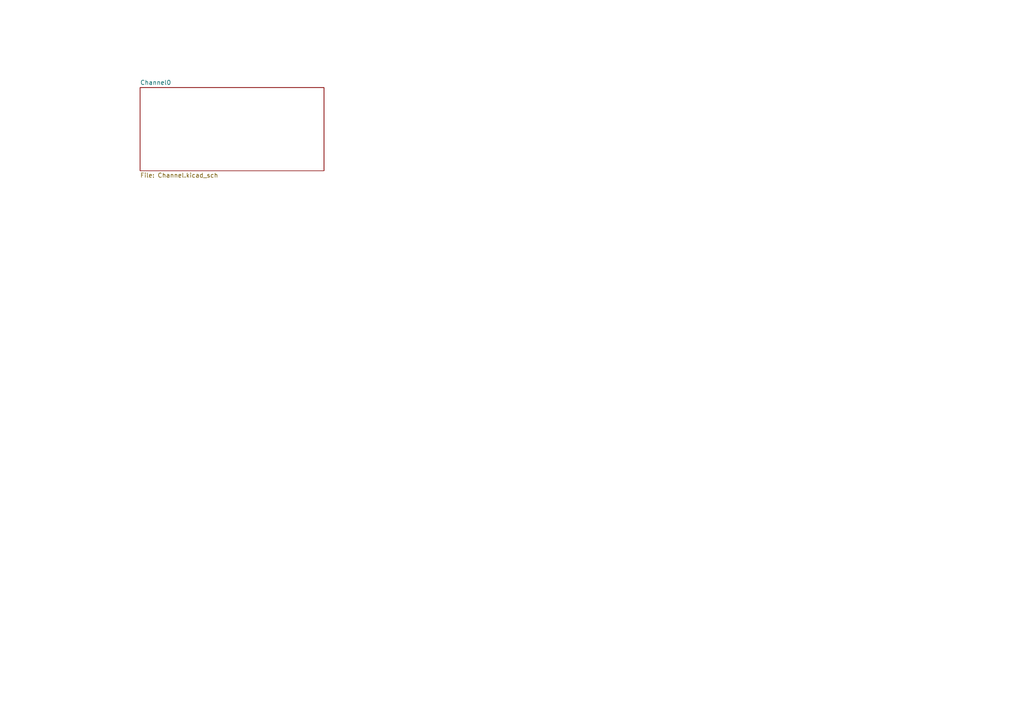
<source format=kicad_sch>
(kicad_sch (version 20211123) (generator eeschema)
  (paper "A4")
  (title_block (title "CryoRead") (date "2023-06-02") (rev "1.0") (company "CEA") (comment 1 "Acquisition system for bolometer readout") (comment 2 "Author: David Baudin"))
  (lib_symbols)
  (sheet (at 40.64 25.4) (size 53.34 24.13) (stroke (width 0.1524))
    (property "Sheet name" "Channel0" (at 40.64 24.6884 0) (effects (justify left bottom)))
    (property "Sheet file" "Channel.kicad_sch" (at 40.64 50.1146 0) (effects (justify left top)))
  )
)
</source>
